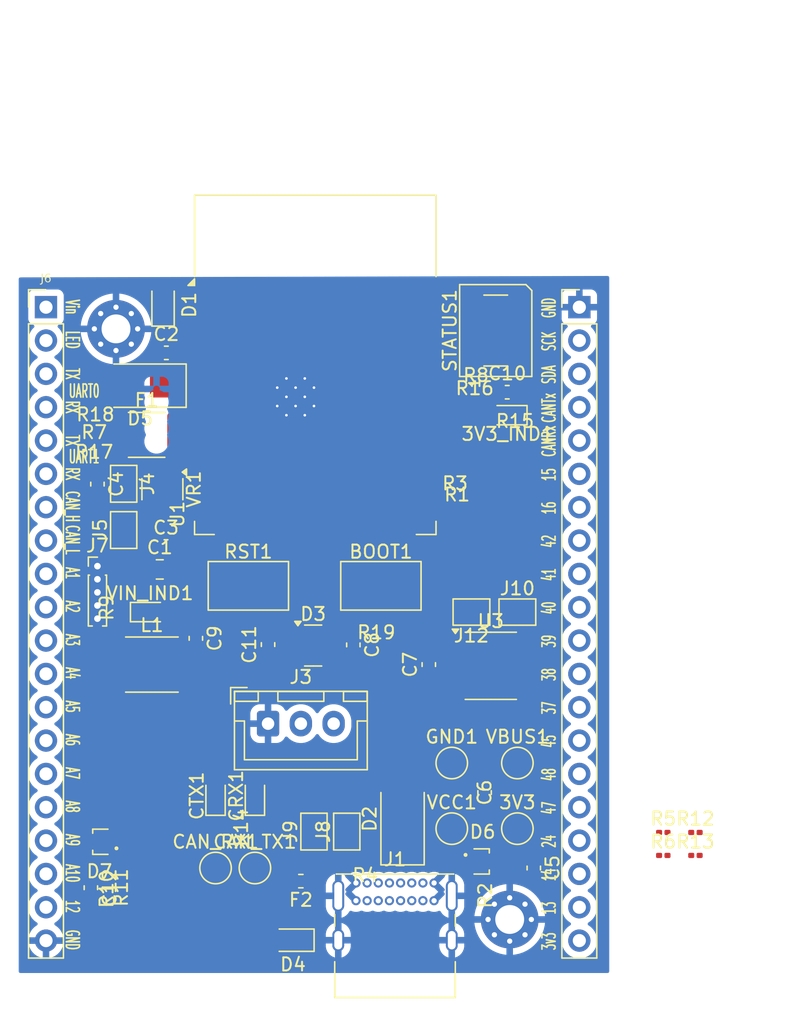
<source format=kicad_pcb>
(kicad_pcb (version 20241229) (generator "pcbnew") (generator_version "9.99")
  (layers (0 "F.Cu" signal "Top Layer") (2 "B.Cu" signal "Bottom Layer") (13 "F.Paste" user "Top Paste") (15 "B.Paste" user "Bottom Paste") (5 "F.SilkS" user "Top Overlay") (7 "B.SilkS" user "Bottom Overlay") (1 "F.Mask" user "Top Solder") (3 "B.Mask" user "Bottom Solder") (25 "Edge.Cuts" user))
  (property "CONFIGURATIONPARAMETERS" "")
  (property "CONFIGURATORNAME" "")
  (property "DOCUMENTNUMBER" "1")
  (property "ENGINEER" "James Nichol")
  (property "ISUSERCONFIGURABLE" "")
  (property "PROJECT" "Perseus")
  (property "RULE" "UNIONINDEX=0¦RULEKIND=Width¦NETSCOPE=AnyNet¦LAYERKIND=SameLayer¦NAME=Schematic Width Constraint¦MAXLIMIT=800mil¦MINLIMIT=6mil¦PREFEREDWIDTH=10mil¦MIDLAYER1_MINWIDTH=10mil¦MIDLAYER1_MAXWIDTH=10mil¦MIDLAYER2_MINWIDTH=10mil¦MIDLAYER2_MAXWIDTH=10mil¦MIDLAYER3_MINWIDTH=10mil¦MIDLAYER3_MAXWIDTH=10mil¦MIDLAYER4_MINWIDTH=10mil¦MIDLAYER4_MAXWIDTH=10mil¦MIDLAYER5_MINWIDTH=10mil¦MIDLAYER5_MAXWIDTH=10mil¦MIDLAYER6_MINWIDTH=10mil¦MIDLAYER6_MAXWIDTH=10mil¦MIDLAYER7_MINWIDTH=10mil¦MIDLAYER7_MAXWIDTH=10mil¦MIDLAYER8_MINWIDTH=10mil¦MIDLAYER8_MAXWIDTH=10mil¦MIDLAYER9_MINWIDTH=10mil¦MIDLAYER9_MAXWIDTH=10mil¦MIDLAYER10_MINWIDTH=10mil¦MIDLAYER10_MAXWIDTH=10mil¦MIDLAYER11_MINWIDTH=10mil¦MIDLAYER11_MAXWIDTH=10mil¦MIDLAYER12_MINWIDTH=10mil¦MIDLAYER12_MAXWIDTH=10mil¦MIDLAYER13_MINWIDTH=10mil¦MIDLAYER13_MAXWIDTH=10mil¦MIDLAYER14_MINWIDTH=10mil¦MIDLAYER14_MAXWIDTH=10mil¦MIDLAYER15_MINWIDTH=10mil¦MIDLAYER15_MAXWIDTH=10mil¦MIDLAYER16_MINWIDTH=10mil¦MIDLAYER16_MAXWIDTH=10mil¦MIDLAYER17_MINWIDTH=10mil¦MIDLAYER17_MAXWIDTH=10mil¦MIDLAYER18_MINWIDTH=10mil¦MIDLAYER18_MAXWIDTH=10mil¦MIDLAYER19_MINWIDTH=10mil¦MIDLAYER19_MAXWIDTH=10mil¦MIDLAYER20_MINWIDTH=10mil¦MIDLAYER20_MAXWIDTH=10mil¦MIDLAYER21_MINWIDTH=10mil¦MIDLAYER21_MAXWIDTH=10mil¦MIDLAYER22_MINWIDTH=10mil¦MIDLAYER22_MAXWIDTH=10mil¦MIDLAYER23_MINWIDTH=10mil¦MIDLAYER23_MAXWIDTH=10mil¦MIDLAYER24_MINWIDTH=10mil¦MIDLAYER24_MAXWIDTH=10mil¦MIDLAYER25_MINWIDTH=10mil¦MIDLAYER25_MAXWIDTH=10mil¦MIDLAYER26_MINWIDTH=10mil¦MIDLAYER26_MAXWIDTH=10mil¦MIDLAYER27_MINWIDTH=10mil¦MIDLAYER27_MAXWIDTH=10mil¦MIDLAYER28_MINWIDTH=10mil¦MIDLAYER28_MAXWIDTH=10mil¦MIDLAYER29_MINWIDTH=10mil¦MIDLAYER29_MAXWIDTH=10mil¦MIDLAYER30_MINWIDTH=10mil¦MIDLAYER30_MAXWIDTH=10mil¦MINIMP=50.000000¦MAXIMP=50.000000¦FAVIMP=50.000000¦UNIT=Imperial")
  (property "SHEETSYMBOLDESIGNATOR" "")
  (property "SHEETTOTAL" "1")
  (property "SPICEMODELCACHE" "")
  (property "SUBSYSTEM" "Embedded")
  (property "VERSIONCONTROL_PROJFOLDERREVNUMBER" "")
  (property "VERSIONCONTROL_PROJFOLDERREVNUMBERSHORT" "")
  (property "VERSIONCONTROL_REVNUMBER" "")
  (property "VERSIONCONTROL_REVNUMBERSHORT" "")
  (net 0 "")
  (net 1 "VIN")
  (net 2 "VBUS")
  (net 3 "UART1_TX")
  (net 4 "UART1_RX")
  (net 5 "UART0_TX")
  (net 6 "UART0_RX")
  (net 7 "LED_DOUT")
  (net 8 "IO48")
  (net 9 "IO47")
  (net 10 "IO45")
  (net 11 "IO42")
  (net 12 "IO41")
  (net 13 "IO40")
  (net 14 "IO39")
  (net 15 "IO38")
  (net 16 "IO37")
  (net 17 "IO21")
  (net 18 "IO16")
  (net 19 "IO15")
  (net 20 "IO14")
  (net 21 "IO13")
  (net 22 "IO12")
  (net 23 "I2C_SDA")
  (net 24 "I2C_SCK")
  (net 25 "GND")
  (net 26 "CAN_TX")
  (net 27 "CAN_RX")
  (net 28 "CAN_L")
  (net 29 "CAN_H")
  (net 30 "A10")
  (net 31 "A9")
  (net 32 "A8")
  (net 33 "A7")
  (net 34 "A6")
  (net 35 "A5")
  (net 36 "A4")
  (net 37 "A3")
  (net 38 "A2")
  (net 39 "A1")
  (net 40 "3V3")
  (net 41 "/CAN_TX")
  (net 42 "Net-(BOOT1-Pad2)")
  (net 43 "/CAN_RX")
  (net 44 "Net-(J4-B)")
  (net 45 "Net-(J4-A)")
  (net 46 "/UART0_RX")
  (net 47 "/UART0_TX")
  (net 48 "/RST")
  (net 49 "/uC_USB_D_N")
  (net 50 "/USB_D_N")
  (net 51 "/uC_USB_D_P")
  (net 52 "/USB_D_P")
  (net 53 "Net-(J10-B)")
  (net 54 "/CAN_H")
  (net 55 "/CAN_L")
  (net 56 "Net-(3V3_IND1-K)")
  (net 57 "Net-(VR1-BST)")
  (net 58 "Net-(VR1-SW)")
  (net 59 "/A10")
  (net 60 "Net-(CRX1-K)")
  (net 61 "Net-(CTX1-K)")
  (net 62 "Net-(D1-K)")
  (net 63 "Net-(D4-K)")
  (net 64 "Net-(J1-CC)")
  (net 65 "Net-(J1-VCONN)")
  (net 66 "/I2C_SCK")
  (net 67 "/I2C_SDA")
  (net 68 "Net-(U1-RXD0)")
  (net 69 "Net-(U1-TXD0)")
  (net 70 "/uC_LED")
  (net 71 "Net-(VIN_IND1-K)")
  (net 72 "Net-(U1-IO17)")
  (net 73 "/UART1_RX")
  (net 74 "/UART1_TX")
  (net 75 "Net-(U1-IO18)")
  (net 76 "/LED_DOUT")
  (net 77 "/IO21")
  (net 78 "/A6")
  (net 79 "/A2")
  (net 80 "/A7")
  (net 81 "/A4")
  (net 82 "/IO14")
  (net 83 "/IO37")
  (net 84 "/IO48")
  (net 85 "/A1")
  (net 86 "/A9")
  (net 87 "/IO16")
  (net 88 "/IO45")
  (net 89 "/IO47")
  (net 90 "/IO42")
  (net 91 "/A8")
  (net 92 "/IO40")
  (net 93 "/IO12")
  (net 94 "/IO15")
  (net 95 "/IO13")
  (net 96 "/IO41")
  (net 97 "/A5")
  (net 98 "/A3")
  (net 99 "/IO38")
  (net 100 "/IO39")
  (footprint "Resistor_SMD:R_0201_0603Metric" (layer "F.Cu") (at 163.9211 90.7306)
    (property "Reference" "R15" (at 0 -1.05 0) (layer "F.SilkS"))
    (property "Value" "Resistor 10k 0603")
    (pad "1" smd roundrect (at -0.32 0) (size 0.46 0.4) (layers "F.Cu" "F.Mask") (net 56 "Net-(3V3_IND1-K)"))
    (pad "2" smd roundrect (at 0.32 0) (size 0.46 0.4) (layers "F.Cu" "F.Mask") (net 25 "GND"))
  )
  (footprint "Resistor_SMD:R_0201_0603Metric" (layer "F.Cu") (at 175.2186 122.7706)
    (property "Reference" "R6" (at 0 -1.05 0) (layer "F.SilkS"))
    (property "Value" "Resistor 10k 0603")
    (pad "1" smd roundrect (at -0.32 0) (size 0.46 0.4) (layers "F.Cu" "F.Mask") (net 40 "3V3"))
    (pad "2" smd roundrect (at 0.32 0) (size 0.46 0.4) (layers "F.Cu" "F.Mask") (net 48 "/RST"))
  )
  (footprint "Resistor_SMD:R_0201_0603Metric" (layer "F.Cu") (at 131.9461 90.2306)
    (property "Reference" "R18" (at 0 -1.05 0) (layer "F.SilkS"))
    (property "Value" "Resistor 1k 0603")
    (pad "1" smd roundrect (at -0.32 0) (size 0.46 0.4) (layers "F.Cu" "F.Mask") (net 74 "/UART1_TX"))
    (pad "2" smd roundrect (at 0.32 0) (size 0.46 0.4) (layers "F.Cu" "F.Mask") (net 75 "Net-(U1-IO18)"))
  )
  (footprint "Resistor_SMD:R_0201_0603Metric" (layer "F.Cu") (at 177.6686 121.0206)
    (property "Reference" "R12" (at 0 -1.05 0) (layer "F.SilkS"))
    (property "Value" "Resistor 1k 0603")
    (pad "1" smd roundrect (at -0.32 0) (size 0.46 0.4) (layers "F.Cu" "F.Mask") (net 41 "/CAN_TX"))
    (pad "2" smd roundrect (at 0.32 0) (size 0.46 0.4) (layers "F.Cu" "F.Mask") (net 61 "Net-(CTX1-K)"))
  )
  (footprint "LED_SMD:LED_0603_1608Metric" (layer "F.Cu") (at 163.3511 89.2306 180)
    (property "Reference" "3V3_IND1" (at 0 -1.43 0) (layer "F.SilkS"))
    (property "Value" "LTST-C190KRKT")
    (pad "1" smd roundrect (at -0.7875 0 180) (size 0.875 0.95) (layers "F.Cu" "F.Mask" "F.Paste") (net 56 "Net-(3V3_IND1-K)"))
    (pad "2" smd roundrect (at 0.7875 0 180) (size 0.875 0.95) (layers "F.Cu" "F.Mask" "F.Paste") (net 40 "3V3"))
  )
  (footprint "Connector_USB:USB_C_Receptacle_GCT_USB4085" (layer "F.Cu") (at 151.8011 124.8706)
    (property "Reference" "J1" (at 2.975 -1.8 0) (layer "F.SilkS"))
    (property "Value" "USB4085-GF-A")
    (pad "A1" thru_hole circle (at 0 0) (size 0.7 0.7) (drill 0.4) (layers "*.Cu" "*.Mask") (net 25 "GND"))
    (pad "A4" thru_hole circle (at 0.85 0) (size 0.7 0.7) (drill 0.4) (layers "*.Cu" "*.Mask") (net 2 "VBUS"))
    (pad "A5" thru_hole circle (at 1.7 0) (size 0.7 0.7) (drill 0.4) (layers "*.Cu" "*.Mask") (net 64 "Net-(J1-CC)"))
    (pad "A6" thru_hole circle (at 2.55 0) (size 0.7 0.7) (drill 0.4) (layers "*.Cu" "*.Mask") (net 52 "/USB_D_P"))
    (pad "A7" thru_hole circle (at 3.4 0) (size 0.7 0.7) (drill 0.4) (layers "*.Cu" "*.Mask") (net 50 "/USB_D_N"))
    (pad "A8" thru_hole circle (at 4.25 0) (size 0.7 0.7) (drill 0.4) (layers "*.Cu" "*.Mask"))
    (pad "A9" thru_hole circle (at 5.1 0) (size 0.7 0.7) (drill 0.4) (layers "*.Cu" "*.Mask") (net 2 "VBUS"))
    (pad "A12" thru_hole circle (at 5.95 0) (size 0.7 0.7) (drill 0.4) (layers "*.Cu" "*.Mask") (net 25 "GND"))
    (pad "B1" thru_hole circle (at 5.95 1.35) (size 0.7 0.7) (drill 0.4) (layers "*.Cu" "*.Mask") (net 25 "GND"))
    (pad "B4" thru_hole circle (at 5.1 1.35) (size 0.7 0.7) (drill 0.4) (layers "*.Cu" "*.Mask") (net 2 "VBUS"))
    (pad "B5" thru_hole circle (at 4.25 1.35) (size 0.7 0.7) (drill 0.4) (layers "*.Cu" "*.Mask") (net 65 "Net-(J1-VCONN)"))
    (pad "B6" thru_hole circle (at 3.4 1.35) (size 0.7 0.7) (drill 0.4) (layers "*.Cu" "*.Mask"))
    (pad "B7" thru_hole circle (at 2.55 1.35) (size 0.7 0.7) (drill 0.4) (layers "*.Cu" "*.Mask"))
    (pad "B8" thru_hole circle (at 1.7 1.35) (size 0.7 0.7) (drill 0.4) (layers "*.Cu" "*.Mask"))
    (pad "B9" thru_hole circle (at 0.85 1.35) (size 0.7 0.7) (drill 0.4) (layers "*.Cu" "*.Mask") (net 2 "VBUS"))
    (pad "B12" thru_hole circle (at 0 1.35) (size 0.7 0.7) (drill 0.4) (layers "*.Cu" "*.Mask") (net 25 "GND"))
    (pad "S1" thru_hole oval (at -1.35 0.98) (size 0.9 2.4) (drill oval 0.6 2.1) (layers "*.Cu" "*.Mask") (net 25 "GND"))
    (pad "S1" thru_hole oval (at -1.35 4.36) (size 0.9 1.7) (drill oval 0.6 1.4) (layers "*.Cu" "*.Mask") (net 25 "GND"))
    (pad "S1" thru_hole oval (at 7.3 0.98) (size 0.9 2.4) (drill oval 0.6 2.1) (layers "*.Cu" "*.Mask") (net 25 "GND"))
    (pad "S1" thru_hole oval (at 7.3 4.36) (size 0.9 1.7) (drill oval 0.6 1.4) (layers "*.Cu" "*.Mask") (net 25 "GND"))
  )
  (footprint "Diode_SMD:D_SOD-323F" (layer "F.Cu") (at 147.0011 129.2306 180)
    (property "Reference" "D4" (at 0 -1.85 0) (layer "F.SilkS"))
    (property "Value" "DSS14UTR")
    (pad "1" smd roundrect (at -1.1 0 180) (size 0.5 0.5) (layers "F.Cu" "F.Mask" "F.Paste") (net 63 "Net-(D4-K)"))
    (pad "2" smd roundrect (at 1.1 0 180) (size 0.5 0.5) (layers "F.Cu" "F.Mask" "F.Paste") (net 2 "VBUS"))
  )
  (footprint "Diode_SMD:D_SMA" (layer "F.Cu") (at 135.3511 86.9806 180)
    (property "Reference" "D5" (at 0 -2.5 0) (layer "F.SilkS"))
    (property "Value" "SMBJ26A")
    (pad "1" smd roundrect (at -2 0 180) (size 2.5 1.8) (layers "F.Cu" "F.Mask" "F.Paste") (roundrect_rratio 0.1388888889) (net 62 "Net-(D1-K)"))
    (pad "2" smd roundrect (at 2 0 180) (size 2.5 1.8) (layers "F.Cu" "F.Mask" "F.Paste") (roundrect_rratio 0.1388888889) (net 25 "GND"))
  )
  (footprint "Resistor_SMD:R_0201_0603Metric" (layer "F.Cu") (at 144.1011 120.6606 90)
    (property "Reference" "R14" (at 0 -1.05 90) (layer "F.SilkS"))
    (property "Value" "Resistor 1k 0603")
    (pad "1" smd roundrect (at -0.32 0 90) (size 0.46 0.4) (layers "F.Cu" "F.Mask") (net 43 "/CAN_RX"))
    (pad "2" smd roundrect (at 0.32 0 90) (size 0.46 0.4) (layers "F.Cu" "F.Mask") (net 60 "Net-(CRX1-K)"))
  )
  (footprint "Resistor_SMD:R_0201_0603Metric" (layer "F.Cu") (at 153.3511 104.7306 180)
    (property "Reference" "R19" (at 0 -1.05 0) (layer "F.SilkS"))
    (property "Value" "Resistor 10k 0603")
    (pad "1" smd roundrect (at -0.32 0 180) (size 0.46 0.4) (layers "F.Cu" "F.Mask") (net 40 "3V3"))
    (pad "2" smd roundrect (at 0.32 0 180) (size 0.46 0.4) (layers "F.Cu" "F.Mask") (net 41 "/CAN_TX"))
  )
  (footprint "Capacitor_SMD:C_0603_1608Metric" (layer "F.Cu") (at 137.3511 84.4806)
    (property "Reference" "C2" (at 0 -1.43 0) (layer "F.SilkS"))
    (property "Value" "Capacitor 100n 50V 0603")
    (pad "1" smd roundrect (at -0.775 0) (size 0.9 0.95) (layers "F.Cu" "F.Mask" "F.Paste") (net 25 "GND"))
    (pad "2" smd roundrect (at 0.775 0) (size 0.9 0.95) (layers "F.Cu" "F.Mask" "F.Paste") (net 40 "3V3"))
  )
  (footprint "Button_Switch_SMD:SW_SPST_CK_RS282G05A3" (layer "F.Cu") (at 153.7011 102.2306)
    (property "Reference" "BOOT1" (at 0 -2.6 0) (layer "F.SilkS"))
    (property "Value" "BOOT")
    (pad "1" smd rect (at -3.9 0) (size 1.5 1.5) (layers "F.Cu" "F.Mask" "F.Paste") (net 41 "/CAN_TX"))
    (pad "2" smd rect (at 3.9 0) (size 1.5 1.5) (layers "F.Cu" "F.Mask" "F.Paste") (net 42 "Net-(BOOT1-Pad2)"))
  )
  (footprint "Package_TO_SOT_SMD:SOT-23" (layer "F.Cu") (at 148.5386 106.7806)
    (property "Reference" "D3" (at 0 -2.4 0) (layer "F.SilkS"))
    (property "Value" "CDSOT23-T24CAN")
    (pad "1" smd roundrect (at -0.9375 -0.95) (size 1.475 0.6) (layers "F.Cu" "F.Mask" "F.Paste") (net 25 "GND"))
    (pad "2" smd roundrect (at -0.9375 0.95) (size 1.475 0.6) (layers "F.Cu" "F.Mask" "F.Paste") (net 55 "/CAN_L"))
    (pad "3" smd roundrect (at 0.9375 0) (size 1.475 0.6) (layers "F.Cu" "F.Mask" "F.Paste") (net 54 "/CAN_H"))
  )
  (footprint "Resistor_SMD:R_0201_0603Metric" (layer "F.Cu") (at 159.3511 95.4806)
    (property "Reference" "R3" (at 0 -1.05 0) (layer "F.SilkS"))
    (property "Value" "Resistor 4.7k 0603")
    (pad "1" smd roundrect (at -0.32 0) (size 0.46 0.4) (layers "F.Cu" "F.Mask") (net 40 "3V3"))
    (pad "2" smd roundrect (at 0.32 0) (size 0.46 0.4) (layers "F.Cu" "F.Mask") (net 67 "/I2C_SDA"))
  )
  (footprint "Capacitor_SMD:C_0603_1608Metric" (layer "F.Cu") (at 161.6011 117.9806 90)
    (property "Reference" "C6" (at 0 0 90) (layer "F.SilkS"))
    (property "Value" "22uF")
    (pad "1" smd roundrect (at -0.775 0 90) (size 0.9 0.95) (layers "F.Cu" "F.Mask" "F.Paste") (net 40 "3V3"))
    (pad "2" smd roundrect (at 0.775 0 90) (size 0.9 0.95) (layers "F.Cu" "F.Mask" "F.Paste") (net 25 "GND"))
  )
  (footprint "TestPoint:TestPoint_Pad_D2.0mm" (layer "F.Cu") (at 164.1011 120.7306)
    (property "Reference" "3V3" (at 0 -1.998 0) (layer "F.SilkS"))
    (property "Value" "Testpoint")
    (pad "1" smd circle (at 0 0) (size 2 2) (layers "F.Cu" "F.Mask") (net 40 "3V3"))
  )
  (footprint "Resistor_SMD:R_0201_0603Metric" (layer "F.Cu") (at 160.6011 125.8256 -90)
    (property "Reference" "R2" (at 0 -1.05 90) (layer "F.SilkS"))
    (property "Value" "Resistor 5.1k 0603")
    (pad "1" smd roundrect (at -0.32 0 270) (size 0.46 0.4) (layers "F.Cu" "F.Mask") (net 25 "GND"))
    (pad "2" smd roundrect (at 0.32 0 270) (size 0.46 0.4) (layers "F.Cu" "F.Mask") (net 65 "Net-(J1-VCONN)"))
  )
  (footprint "Fuse:Fuse_1812_4532Metric" (layer "F.Cu") (at 135.8511 90.7306)
    (property "Reference" "F1" (at 0 -2.65 0) (layer "F.SilkS"))
    (property "Value" "500mA PTC fuse")
    (pad "1" smd roundrect (at -2.1375 0) (size 1.125 3.4) (layers "F.Cu" "F.Mask" "F.Paste") (roundrect_rratio 0.222222) (net 45 "Net-(J4-A)"))
    (pad "2" smd roundrect (at 2.1375 0) (size 1.125 3.4) (layers "F.Cu" "F.Mask" "F.Paste") (roundrect_rratio 0.222222) (net 62 "Net-(D1-K)"))
  )
  (footprint "Capacitor_SMD:C_0603_1608Metric" (layer "F.Cu") (at 157.3511 108.2306 90)
    (property "Reference" "C7" (at 0 -1.43 90) (layer "F.SilkS"))
    (property "Value" "Capacitor 100n 50V 0603")
    (pad "1" smd roundrect (at -0.775 0 90) (size 0.9 0.95) (layers "F.Cu" "F.Mask" "F.Paste") (net 40 "3V3"))
    (pad "2" smd roundrect (at 0.775 0 90) (size 0.9 0.95) (layers "F.Cu" "F.Mask" "F.Paste") (net 25 "GND"))
  )
  (footprint "TestPoint:TestPoint_Pad_D2.0mm" (layer "F.Cu") (at 141.1011 123.7306)
    (property "Reference" "CAN_RX1" (at 0 -1.998 0) (layer "F.SilkS"))
    (property "Value" "Testpoint")
    (pad "1" smd circle (at 0 0) (size 2 2) (layers "F.Cu" "F.Mask") (net 43 "/CAN_RX"))
  )
  (footprint "Connector_PinHeader_1.00mm:PinHeader_1x05_P1.00mm_Vertical" (layer "F.Cu") (at 132.1011 100.7306)
    (property "Reference" "J7" (at 0 -1.56 0) (layer "F.SilkS"))
    (property "Value" "PROGRAM")
    (pad "1" thru_hole rect (at 0 0) (size 0.85 0.85) (drill 0.5) (layers "*.Cu" "*.Mask") (net 25 "GND"))
    (pad "2" thru_hole oval (at 0 1) (size 0.85 0.85) (drill 0.5) (layers "*.Cu" "*.Mask") (net 47 "/UART0_TX"))
    (pad "3" thru_hole oval (at 0 2) (size 0.85 0.85) (drill 0.5) (layers "*.Cu" "*.Mask") (net 46 "/UART0_RX"))
    (pad "4" thru_hole oval (at 0 3) (size 0.85 0.85) (drill 0.5) (layers "*.Cu" "*.Mask") (net 41 "/CAN_TX"))
    (pad "5" thru_hole oval (at 0 4) (size 0.85 0.85) (drill 0.5) (layers "*.Cu" "*.Mask") (net 48 "/RST"))
  )
  (footprint "Capacitor_SMD:C_0603_1608Metric" (layer "F.Cu") (at 151.6011 106.7306 -90)
    (property "Reference" "C8" (at 0 -1.43 90) (layer "F.SilkS"))
    (property "Value" "Capacitor Placeholder 0603")
    (pad "1" smd roundrect (at -0.775 0 270) (size 0.9 0.95) (layers "F.Cu" "F.Mask" "F.Paste") (net 54 "/CAN_H"))
    (pad "2" smd roundrect (at 0.775 0 270) (size 0.9 0.95) (layers "F.Cu" "F.Mask" "F.Paste") (net 25 "GND"))
  )
  (footprint "Button_Switch_SMD:SW_SPST_CK_RS282G05A3" (layer "F.Cu") (at 143.6011 102.2306)
    (property "Reference" "RST1" (at 0 -2.6 0) (layer "F.SilkS"))
    (property "Value" "RST")
    (pad "1" smd rect (at -3.9 0) (size 1.5 1.5) (layers "F.Cu" "F.Mask" "F.Paste") (net 48 "/RST"))
    (pad "2" smd rect (at 3.9 0) (size 1.5 1.5) (layers "F.Cu" "F.Mask" "F.Paste") (net 25 "GND"))
  )
  (footprint "Capacitor_SMD:C_0603_1608Metric" (layer "F.Cu") (at 139.6011 106.2306 -90)
    (property "Reference" "C9" (at 0 -1.43 90) (layer "F.SilkS"))
    (property "Value" "Capacitor 1u 25V 0603")
    (pad "1" smd roundrect (at -0.775 0 270) (size 0.9 0.95) (layers "F.Cu" "F.Mask" "F.Paste") (net 48 "/RST"))
    (pad "2" smd roundrect (at 0.775 0 270) (size 0.9 0.95) (layers "F.Cu" "F.Mask" "F.Paste") (net 25 "GND"))
  )
  (footprint "Resistor_SMD:R_0201_0603Metric" (layer "F.Cu") (at 133.8511 125.3256 90)
    (property "Reference" "R10" (at 0 -1.05 90) (layer "F.SilkS"))
    (property "Value" "Resistor 10k 0603")
    (pad "1" smd roundrect (at -0.32 0 90) (size 0.46 0.4) (layers "F.Cu" "F.Mask") (net 2 "VBUS"))
    (pad "2" smd roundrect (at 0.32 0 90) (size 0.46 0.4) (layers "F.Cu" "F.Mask") (net 59 "/A10"))
  )
  (footprint "RF_Module:ESP32-S3-WROOM-1" (layer "F.Cu") (at 148.7011 85.3706)
    (property "Reference" "U1" (at -10.5 11.4 90) (layer "F.SilkS"))
    (property "Value" "ESP32-S3-WROOM-1-N8")
    (pad "1" smd rect (at -8.75 -5.26) (size 1.5 0.9) (layers "F.Cu" "F.Mask" "F.Paste") (net 25 "GND"))
    (pad "2" smd rect (at -8.75 -3.99) (size 1.5 0.9) (layers "F.Cu" "F.Mask" "F.Paste") (net 40 "3V3"))
    (pad "3" smd rect (at -8.75 -2.72) (size 1.5 0.9) (layers "F.Cu" "F.Mask" "F.Paste") (net 48 "/RST"))
    (pad "4" smd rect (at -8.75 -1.45) (size 1.5 0.9) (layers "F.Cu" "F.Mask" "F.Paste") (net 81 "/A4"))
    (pad "5" smd rect (at -8.75 -0.18) (size 1.5 0.9) (layers "F.Cu" "F.Mask" "F.Paste") (net 97 "/A5"))
    (pad "6" smd rect (at -8.75 1.09) (size 1.5 0.9) (layers "F.Cu" "F.Mask" "F.Paste") (net 78 "/A6"))
    (pad "7" smd rect (at -8.75 2.36) (size 1.5 0.9) (layers "F.Cu" "F.Mask" "F.Paste") (net 80 "/A7"))
    (pad "8" smd rect (at -8.75 3.63) (size 1.5 0.9) (layers "F.Cu" "F.Mask" "F.Paste") (net 94 "/IO15"))
    (pad "9" smd rect (at -8.75 4.9) (size 1.5 0.9) (layers "F.Cu" "F.Mask" "F.Paste") (net 87 "/IO16"))
    (pad "10" smd rect (at -8.75 6.17) (size 1.5 0.9) (layers "F.Cu" "F.Mask" "F.Paste") (net 72 "Net-(U1-IO17)"))
    (pad "11" smd rect (at -8.75 7.44) (size 1.5 0.9) (layers "F.Cu" "F.Mask" "F.Paste") (net 75 "Net-(U1-IO18)"))
    (pad "12" smd rect (at -8.75 8.71) (size 1.5 0.9) (layers "F.Cu" "F.Mask" "F.Paste") (net 91 "/A8"))
    (pad "13" smd rect (at -8.75 9.98) (size 1.5 0.9) (layers "F.Cu" "F.Mask" "F.Paste") (net 51 "/uC_USB_D_P"))
    (pad "14" smd rect (at -8.75 11.25 180) (size 1.5 0.9) (layers "F.Cu" "F.Mask" "F.Paste") (net 49 "/uC_USB_D_N"))
    (pad "15" smd rect (at -6.985 12.5 270) (size 1.5 0.9) (layers "F.Cu" "F.Mask" "F.Paste") (net 98 "/A3"))
    (pad "16" smd rect (at -5.715 12.5 270) (size 1.5 0.9) (layers "F.Cu" "F.Mask" "F.Paste") (net 70 "/uC_LED"))
    (pad "17" smd rect (at -4.445 12.5 270) (size 1.5 0.9) (layers "F.Cu" "F.Mask" "F.Paste") (net 86 "/A9"))
    (pad "18" smd rect (at -3.175 12.5 270) (size 1.5 0.9) (layers "F.Cu" "F.Mask" "F.Paste") (net 59 "/A10"))
    (pad "19" smd rect (at -1.905 12.5 270) (size 1.5 0.9) (layers "F.Cu" "F.Mask" "F.Paste") (net 43 "/CAN_RX"))
    (pad "20" smd rect (at -0.635 12.5 270) (size 1.5 0.9) (layers "F.Cu" "F.Mask" "F.Paste") (net 93 "/IO12"))
    (pad "21" smd rect (at 0.635 12.5 270) (size 1.5 0.9) (layers "F.Cu" "F.Mask" "F.Paste") (net 95 "/IO13"))
    (pad "22" smd rect (at 1.905 12.5 270) (size 1.5 0.9) (layers "F.Cu" "F.Mask" "F.Paste") (net 82 "/IO14"))
    (pad "23" smd rect (at 3.175 12.5 270) (size 1.5 0.9) (layers "F.Cu" "F.Mask" "F.Paste") (net 77 "/IO21"))
    (pad "24" smd rect (at 4.445 12.5 270) (size 1.5 0.9) (layers "F.Cu" "F.Mask" "F.Paste") (net 89 "/IO47"))
    (pad "25" smd rect (at 5.715 12.5 270) (size 1.5 0.9) (layers "F.Cu" "F.Mask" "F.Paste") (net 84 "/IO48"))
    (pad "26" smd rect (at 6.985 12.5 270) (size 1.5 0.9) (layers "F.Cu" "F.Mask" "F.Paste") (net 88 "/IO45"))
    (pad "27" smd rect (at 8.75 11.25) (size 1.5 0.9) (layers "F.Cu" "F.Mask" "F.Paste") (net 41 "/CAN_TX"))
    (pad "28" smd rect (at 8.75 9.98) (size 1.5 0.9) (layers "F.Cu" "F.Mask" "F.Paste") (net 67 "/I2C_SDA"))
    (pad "29" smd rect (at 8.75 8.71) (size 1.5 0.9) (layers "F.Cu" "F.Mask" "F.Paste") (net 66 "/I2C_SCK"))
    (pad "30" smd rect (at 8.75 7.44) (size 1.5 0.9) (layers "F.Cu" "F.Mask" "F.Paste") (net 83 "/IO37"))
    (pad "31" smd rect (at 8.75 6.17) (size 1.5 0.9) (layers "F.Cu" "F.Mask" "F.Paste") (net 99 "/IO38"))
    (pad "32" smd rect (at 8.75 4.9) (size 1.5 0.9) (layers "F.Cu" "F.Mask" "F.Paste") (net 100 "/IO39"))
    (pad "33" smd rect (at 8.75 3.63) (size 1.5 0.9) (layers "F.Cu" "F.Mask" "F.Paste") (net 92 "/IO40"))
    (pad "34" smd rect (at 8.75 2.36) (size 1.5 0.9) (layers "F.Cu" "F.Mask" "F.Paste") (net 96 "/IO41"))
    (pad "35" smd rect (at 8.75 1.09) (size 1.5 0.9) (layers "F.Cu" "F.Mask" "F.Paste") (net 90 "/IO42"))
    (pad "36" smd rect (at 8.75 -0.18) (size 1.5 0.9) (layers "F.Cu" "F.Mask" "F.Paste") (net 68 "Net-(U1-RXD0)"))
    (pad "37" smd rect (at 8.75 -1.45) (size 1.5 0.9) (layers "F.Cu" "F.Mask" "F.Paste") (net 69 "Net-(U1-TXD0)"))
    (pad "38" smd rect (at 8.75 -2.72) (size 1.5 0.9) (layers "F.Cu" "F.Mask" "F.Paste") (net 79 "/A2"))
    (pad "39" smd rect (at 8.75 -3.99) (size 1.5 0.9) (layers "F.Cu" "F.Mask" "F.Paste") (net 85 "/A1"))
    (pad "40" smd rect (at 8.75 -5.26) (size 1.5 0.9) (layers "F.Cu" "F.Mask" "F.Paste") (net 25 "GND"))
    (pad "41" thru_hole circle (at -2.9 1.76 90) (size 0.6 0.6) (drill 0.2) (property pad_prop_heatsink) (layers "*.Cu" "F.Mask") (net 25 "GND"))
    (pad "41" thru_hole circle (at -2.9 3.16) (size 0.6 0.6) (drill 0.2) (property pad_prop_heatsink) (layers "*.Cu" "F.Mask") (net 25 "GND"))
    (pad "41" thru_hole circle (at -2.2 1.06) (size 0.6 0.6) (drill 0.2) (property pad_prop_heatsink) (layers "*.Cu" "F.Mask") (net 25 "GND"))
    (pad "41" thru_hole circle (at -2.2 2.46) (size 0.6 0.6) (drill 0.2) (property pad_prop_heatsink) (layers "*.Cu" "F.Mask") (net 25 "GND"))
    (pad "41" thru_hole circle (at -2.2 3.86) (size 0.6 0.6) (drill 0.2) (property pad_prop_heatsink) (layers "*.Cu" "F.Mask") (net 25 "GND"))
    (pad "41" thru_hole circle (at -1.5 1.76) (size 0.6 0.6) (drill 0.2) (property pad_prop_heatsink) (layers "*.Cu" "F.Mask") (net 25 "GND"))
    (pad "41" smd rect (at -1.5 2.46 270) (size 3.9 3.9) (property pad_prop_heatsink) (layers "F.Cu" "F.Mask") (net 25 "GND"))
    (pad "41" thru_hole circle (at -1.5 3.16) (size 0.6 0.6) (drill 0.2) (property pad_prop_heatsink) (layers "*.Cu" "F.Mask") (net 25 "GND"))
    (pad "41" thru_hole circle (at -0.8 1.06) (size 0.6 0.6) (drill 0.2) (property pad_prop_heatsink) (layers "*.Cu" "F.Mask") (net 25 "GND"))
    (pad "41" thru_hole circle (at -0.8 2.46) (size 0.6 0.6) (drill 0.2) (property pad_prop_heatsink) (layers "*.Cu" "F.Mask") (net 25 "GND"))
    (pad "41" thru_hole circle (at -0.8 3.86) (size 0.6 0.6) (drill 0.2) (property pad_prop_heatsink) (layers "*.Cu" "F.Mask") (net 25 "GND"))
    (pad "41" thru_hole circle (at -0.1 1.76) (size 0.6 0.6) (drill 0.2) (property pad_prop_heatsink) (layers "*.Cu" "F.Mask") (net 25 "GND"))
    (pad "41" thru_hole circle (at -0.1 3.16) (size 0.6 0.6) (drill 0.2) (property pad_prop_heatsink) (layers "*.Cu" "F.Mask") (net 25 "GND"))
    (zone (net 0) (net_name "") (layers "F.Cu" "B.Cu") (connect_pads (clearance 0)) (min_thickness 0.254)
      (keepout (tracks not_allowed) (vias not_allowed) (pads not_allowed) (copperpour not_allowed) (footprints not_allowed))
      (fill (thermal_gap 0.508) (thermal_bridge_width 0.508))
      (polygon (pts (xy 124.7011 78.6206) (xy 172.7011 78.6206) (xy 172.7011 57.6206) (xy 124.7011 57.6206)))
    )
  )
  (footprint "Capacitor_SMD:C_0805_2012Metric" (layer "F.Cu") (at 136.8511 100.9806)
    (property "Reference" "C1" (at 0 -1.68 0) (layer "F.SilkS"))
    (property "Value" "Capacitor 10u 16V 0805")
    (pad "1" smd roundrect (at -0.95 0) (size 1 1.45) (layers "F.Cu" "F.Mask" "F.Paste") (net 25 "GND"))
    (pad "2" smd roundrect (at 0.95 0) (size 1 1.45) (layers "F.Cu" "F.Mask" "F.Paste") (net 40 "3V3"))
  )
  (footprint "Capacitor_SMD:C_0603_1608Metric" (layer "F.Cu") (at 131.6011 125.2306 -90)
    (property "Reference" "C12" (at 0 -1.43 90) (layer "F.SilkS"))
    (property "Value" "Capacitor 100n 50V 0603")
    (pad "1" smd roundrect (at -0.775 0 270) (size 0.9 0.95) (layers "F.Cu" "F.Mask" "F.Paste") (net 59 "/A10"))
    (pad "2" smd roundrect (at 0.775 0 270) (size 0.9 0.95) (layers "F.Cu" "F.Mask" "F.Paste") (net 25 "GND"))
  )
  (footprint "Jumper:SolderJumper-2_P1.3mm_Open_TrianglePad1.0x1.5mm" (layer "F.Cu") (at 148.6011 120.9556 90)
    (property "Reference" "J9" (at 0 -1.8 90) (layer "F.SilkS"))
    (property "Value" "Jumper 2Way Vert Solderable")
    (pad "1" smd custom (at -0.725 0 90) (size 0.3 0.3) (layers "F.Cu" "F.Mask") (net 52 "/USB_D_P") (options (clearance outline) (anchor rect)) (primitives (gr_poly (pts (xy 1 0) (xy 0.5 0.75) (xy -0.5 0.75) (xy -0.5 -0.75) (xy 0.5 -0.75)) (width 0) (fill yes))))
    (pad "2" smd custom (at 0.725 0 90) (size 0.3 0.3) (layers "F.Cu" "F.Mask") (net 51 "/uC_USB_D_P") (options (clearance outline) (anchor rect)) (primitives (gr_poly (pts (xy 0.5 0.75) (xy -0.65 0.75) (xy -0.15 0) (xy -0.65 -0.75) (xy 0.5 -0.75)) (width 0) (fill yes))))
  )
  (footprint "Vault:Smol_Brain_Board_Male" (layer "F.Cu") (at 148.5011 105.1306)
    (property "Reference" "J6" (at -20.322115 -26.295113 0) (layer "F.SilkS") (effects (font (size 0.64008 0.64008) (thickness 0.254))))
    (property "Value" "Smol_Brain_Board" (hide yes))
    (pad "1" thru_hole rect (at -20.32 -24.13) (size 1.7 1.7) (drill 1) (layers "*.Cu" "*.Mask") (net 1 "VIN"))
    (pad "2" thru_hole roundrect (at -20.32 -21.59) (size 1.7 1.7) (drill 1) (layers "*.Cu" "*.Mask") (roundrect_rratio 0.5) (net 7 "LED_DOUT"))
    (pad "3" thru_hole roundrect (at -20.32 -19.05) (size 1.7 1.7) (drill 1) (layers "*.Cu" "*.Mask") (roundrect_rratio 0.5) (net 5 "UART0_TX"))
    (pad "4" thru_hole roundrect (at -20.32 -16.51) (size 1.7 1.7) (drill 1) (layers "*.Cu" "*.Mask") (roundrect_rratio 0.5) (net 6 "UART0_RX"))
    (pad "5" thru_hole roundrect (at -20.32 -13.97) (size 1.7 1.7) (drill 1) (layers "*.Cu" "*.Mask") (roundrect_rratio 0.5) (net 3 "UART1_TX"))
    (pad "6" thru_hole roundrect (at -20.32 -11.43) (size 1.7 1.7) (drill 1) (layers "*.Cu" "*.Mask") (roundrect_rratio 0.5) (net 4 "UART1_RX"))
    (pad "7" thru_hole roundrect (at -20.32 -8.89) (size 1.7 1.7) (drill 1) (layers "*.Cu" "*.Mask") (roundrect_rratio 0.5) (net 29 "CAN_H"))
    (pad "8" thru_hole roundrect (at -20.32 -6.35) (size 1.7 1.7) (drill 1) (layers "*.Cu" "*.Mask") (roundrect_rratio 0.5) (net 28 "CAN_L"))
    (pad "9" thru_hole roundrect (at -20.32 -3.81) (size 1.7 1.7) (drill 1) (layers "*.Cu" "*.Mask") (roundrect_rratio 0.5) (net 39 "A1"))
    (pad "10" thru_hole roundrect (at -20.32 -1.27) (size 1.7 1.7) (drill 1) (layers "*.Cu" "*.Mask") (roundrect_rratio 0.5) (net 38 "A2"))
    (pad "11" thru_hole roundrect (at -20.32 1.27) (size 1.7 1.7) (drill 1) (layers "*.Cu" "*.Mask") (roundrect_rratio 0.5) (net 37 "A3"))
    (pad "12" thru_hole roundrect (at -20.32 3.81) (size 1.7 1.7) (drill 1) (layers "*.Cu" "*.Mask") (roundrect_rratio 0.5) (net 36 "A4"))
    (pad "13" thru_hole roundrect (at -20.32 6.35) (size 1.7 1.7) (drill 1) (layers "*.Cu" "*.Mask") (roundrect_rratio 0.5) (net 35 "A5"))
    (pad "14" thru_hole roundrect (at -20.32 8.89) (size 1.7 1.7) (drill 1) (layers "*.Cu" "*.Mask") (roundrect_rratio 0.5) (net 34 "A6"))
    (pad "15" thru_hole roundrect (at -20.32 11.43) (size 1.7 1.7) (drill 1) (layers "*.Cu" "*.Mask") (roundrect_rratio 0.5) (net 33 "A7"))
    (pad "16" thru_hole roundrect (at -20.32 13.97) (size 1.7 1.7) (drill 1) (layers "*.Cu" "*.Mask") (roundrect_rratio 0.5) (net 32 "A8"))
    (pad "17" thru_hole roundrect (at -20.32 16.51) (size 1.7 1.7) (drill 1) (layers "*.Cu" "*.Mask") (roundrect_rratio 0.5) (net 31 "A9"))
    (pad "18" thru_hole roundrect (at -20.32 19.05) (size 1.7 1.7) (drill 1) (layers "*.Cu" "*.Mask") (roundrect_rratio 0.5) (net 30 "A10"))
    (pad "19" thru_hole roundrect (at -20.32 21.59) (size 1.7 1.7) (drill 1) (layers "*.Cu" "*.Mask") (roundrect_rratio 0.5) (net 22 "IO12"))
    (pad "20" thru_hole roundrect (at -20.32 24.13) (size 1.7 1.7) (drill 1) (layers "*.Cu" "*.Mask") (roundrect_rratio 0.5) (net 25 "GND"))
    (pad "21" thru_hole roundrect (at 20.32 24.13) (size 1.7 1.7) (drill 1) (layers "*.Cu" "*.Mask") (roundrect_rratio 0.5) (net 40 "3V3"))
    (pad "22" thru_hole roundrect (at 20.32 21.59) (size 1.7 1.7) (drill 1) (layers "*.Cu" "*.Mask") (roundrect_rratio 0.5) (net 21 "IO13"))
    (pad "23" thru_hole roundrect (at 20.32 19.05) (size 1.7 1.7) (drill 1) (layers "*.Cu" "*.Mask") (roundrect_rratio 0.5) (net 20 "IO14"))
    (pad "24" thru_hole roundrect (at 20.32 16.51) (size 1.7 1.7) (drill 1) (layers "*.Cu" "*.Mask") (roundrect_rratio 0.5) (net 17 "IO21"))
    (pad "25" thru_hole roundrect (at 20.32 13.97) (size 1.7 1.7) (drill 1) (layers "*.Cu" "*.Mask") (roundrect_rratio 0.5) (net 9 "IO47"))
    (pad "26" thru_hole roundrect (at 20.32 11.43) (size 1.7 1.7) (drill 1) (layers "*.Cu" "*.Mask") (roundrect_rratio 0.5) (net 8 "IO48"))
    (pad "27" thru_hole roundrect (at 20.32 8.89) (size 1.7 1.7) (drill 1) (layers "*.Cu" "*.Mask") (roundrect_rratio 0.5) (net 10 "IO45"))
    (pad "28" thru_hole roundrect (at 20.32 6.35) (size 1.7 1.7) (drill 1) (layers "*.Cu" "*.Mask") (roundrect_rratio 0.5) (net 16 "IO37"))
    (pad "29" thru_hole roundrect (at 20.32 3.81) (size 1.7 1.7) (drill 1) (layers "*.Cu" "*.Mask") (roundrect_rratio 0.5) (net 15 "IO38"))
    (pad "30" thru_hole roundrect (at 20.32 1.27) (size 1.7 1.7) (drill 1) (layers "*.Cu" "*.Mask") (roundrect_rratio 0.5) (net 14 "IO39"))
    (pad "31" thru_hole roundrect (at 20.32 -1.27) (size 1.7 1.7) (drill 1) (layers "*.Cu" "*.Mask") (roundrect_rratio 0.5) (net 13 "IO40"))
    (pad "32" thru_hole roundrect (at 20.32 -3.81) (size 1.7 1.7) (drill 1) (layers "*.Cu" "*.Mask") (roundrect_rratio 0.5) (net 12 "IO41"))
    (pad "33" thru_hole roundrect (at 20.32 -6.35) (size 1.7 1.7) (drill 1) (layers "*.Cu" "*.Mask") (roundrect_rratio 0.5) (net 11 "IO42"))
    (pad "34" thru_hole roundrect (at 20.32 -8.89) (size 1.7 1.7) (drill 1) (layers "*.Cu" "*.Mask") (roundrect_rratio 0.5) (net 18 "IO16"))
    (pad "35" thru_hole roundrect (at 20.32 -11.43) (size 1.7 1.7) (drill 1) (layers "*.Cu" "*.Mask") (roundrect_rratio 0.5) (net 19 "IO15"))
    (pad "36" thru_hole roundrect (at 20.32 -13.97) (size 1.7 1.7) (drill 1) (layers "*.Cu" "*.Mask") (roundrect_rratio 0.5) (net 27 "CAN_RX"))
    (pad "37" thru_hole roundrect (at 20.32 -16.51) (size 1.7 1.7) (drill 1) (layers "*.Cu" "*.Mask") (roundrect_rratio 0.5) (net 26 "CAN_TX"))
    (pad "38" thru_hole roundrect (at 20.32 -19.05) (size 1.7 1.7) (drill 1) (layers "*.Cu" "*.Mask") (roundrect_rratio 0.5) (net 23 "I2C_SDA"))
    (pad "39" thru_hole roundrect (at 20.32 -21.59) (size 1.7 1.7) (drill 1) (layers "*.Cu" "*.Mask") (roundrect_rratio 0.5) (net 24 "I2C_SCK"))
    (pad "40" thru_hole rect (at 20.32 -24.13) (size 1.7 1.7) (drill 1) (layers "*.Cu" "*.Mask") (net 25 "GND"))
    (pad "41" thru_hole circle (at -16.63598 -22.479) (size 0.7 0.7) (drill 0.4) (layers "*.Cu" "*.Mask") (net 25 "GND"))
    (pad "41" thru_hole circle (at -16.15272 -23.64572) (size 0.7 0.7) (drill 0.4) (layers "*.Cu" "*.Mask") (net 25 "GND"))
    (pad "41" thru_hole circle (at -16.15272 -21.31228) (size 0.7 0.7) (drill 0.4) (layers "*.Cu" "*.Mask") (net 25 "GND"))
    (pad "41" thru_hole circle (at -14.986 -24.12898) (size 0.7 0.7) (drill 0.4) (layers "*.Cu" "*.Mask") (net 25 "GND"))
    (pad "41" thru_hole circle (at -14.986 -22.479) (size 4.4 4.4) (drill 2.2) (layers "*.Cu" "*.Mask") (net 25 "GND"))
    (pad "41" thru_hole circle (at -14.986 -20.82902) (size 0.7 0.7) (drill 0.4) (layers "*.Cu" "*.Mask") (net 25 "GND"))
    (pad "41" thru_hole circle (at -13.81928 -23.64572) (size 0.7 0.7) (drill 0.4) (layers "*.Cu" "*.Mask") (net 25 "GND"))
    (pad "41" thru_hole circle (at -13.81928 -21.31228) (size 0.7 0.7) (drill 0.4) (layers "*.Cu" "*.Mask") (net 25 "GND"))
    (pad "41" thru_hole circle (at -13.33602 -22.479) (size 0.7 0.7) (drill 0.4) (layers "*.Cu" "*.Mask") (net 25 "GND"))
    (pad "42" thru_hole circle (at 13.36401 22.52101) (size 0.7 0.7) (drill 0.4) (layers "*.Cu" "*.Mask") (net 25 "GND"))
    (pad "42" thru_hole circle (at 13.84727 21.35429) (size 0.7 0.7) (drill 0.4) (layers "*.Cu" "*.Mask") (net 25 "GND"))
    (pad "42" thru_hole circle (at 13.84727 23.68773) (size 0.7 0.7) (drill 0.4) (layers "*.Cu" "*.Mask") (net 25 "GND"))
    (pad "42" thru_hole circle (at 15.01399 20.87098) (size 0.7 0.7) (drill 0.4) (layers "*.Cu" "*.Mask") (net 25 "GND"))
    (pad "42" thru_hole circle (at 15.01399 22.52101) (size 4.4 4.4) (drill 2.2) (layers "*.Cu" "*.Mask") (net 25 "GND"))
    (pad "42" thru_hole circle (at 15.01399 24.171) (size 0.7 0.7) (drill 0.4) (layers "*.Cu" "*.Mask") (net 25 "GND"))
    (pad "42" thru_hole circle (at 16.18071 21.35429) (size 0.7 0.7) (drill 0.4) (layers "*.Cu" "*.Mask") (net 25 "GND"))
    (pad "42" thru_hole circle (at 16.18071 23.68773) (size 0.7 0.7) (drill 0.4) (layers "*.Cu" "*.Mask") (net 25 "GND"))
    (pad "42" thru_hole circle (at 16.66403 22.52101) (size 0.7 0.7) (drill 0.4) (layers "*.Cu" "*.Mask") (net 25 "GND"))
  )
  (footprint "Resistor_SMD:R_0201_0603Metric" (layer "F.Cu") (at 131.8511 89.4806 180)
    (property "Reference" "R7" (at 0 -1.05 0) (layer "F.SilkS"))
    (property "Value" "Resistor 1k 0603")
    (pad "1" smd roundrect (at -0.32 0 180) (size 0.46 0.4) (layers "F.Cu" "F.Mask") (net 69 "Net-(U1-TXD0)"))
    (pad "2" smd roundrect (at 0.32 0 180) (size 0.46 0.4) (layers "F.Cu" "F.Mask") (net 47 "/UART0_TX"))
  )
  (footprint "Resistor_SMD:R_0201_0603Metric" (layer "F.Cu") (at 133.8511 103.9106 90)
    (property "Reference" "R9" (at 0 -1.05 90) (layer "F.SilkS"))
    (property "Value" "Resistor 10k 0603")
    (pad "1" smd roundrect (at -0.32 0 90) (size 0.46 0.4) (layers "F.Cu" "F.Mask") (net 71 "Net-(VIN_IND1-K)"))
    (pad "2" smd roundrect (at 0.32 0 90) (size 0.46 0.4) (layers "F.Cu" "F.Mask") (net 25 "GND"))
  )
  (footprint "Resistor_SMD:R_0201_0603Metric" (layer "F.Cu") (at 152.5061 123.2306 180)
    (property "Reference" "R4" (at 0 -1.05 0) (layer "F.SilkS"))
    (property "Value" "Resistor 5.1k 0603")
    (pad "1" smd roundrect (at -0.32 0 180) (size 0.46 0.4) (layers "F.Cu" "F.Mask") (net 64 "Net-(J1-CC)"))
    (pad "2" smd roundrect (at 0.32 0 180) (size 0.46 0.4) (layers "F.Cu" "F.Mask") (net 25 "GND"))
  )
  (footprint "Jumper:SolderJumper-2_P1.3mm_Open_TrianglePad1.0x1.5mm" (layer "F.Cu") (at 134.1011 97.9806 90)
    (property "Reference" "J5" (at 0 -1.8 90) (layer "F.SilkS"))
    (property "Value" "Jumper 2Way Vert Solderable")
    (pad "1" smd custom (at -0.725 0 90) (size 0.3 0.3) (layers "F.Cu" "F.Mask") (net 25 "GND") (options (clearance outline) (anchor rect)) (primitives (gr_poly (pts (xy 1 0) (xy 0.5 0.75) (xy -0.5 0.75) (xy -0.5 -0.75) (xy 0.5 -0.75)) (width 0) (fill yes))))
    (pad "2" smd custom (at 0.725 0 90) (size 0.3 0.3) (layers "F.Cu" "F.Mask") (net 44 "Net-(J4-B)") (options (clearance outline) (anchor rect)) (primitives (gr_poly (pts (xy 0.5 0.75) (xy -0.65 0.75) (xy -0.15 0) (xy -0.65 -0.75) (xy 0.5 -0.75)) (width 0) (fill yes))))
  )
  (footprint "Fuse:Fuse_0603_1608Metric" (layer "F.Cu") (at 147.6011 124.7306 180)
    (property "Reference" "F2" (at 0 -1.43 0) (layer "F.SilkS"))
    (property "Value" "500mA fast-blow fuse")
    (pad "1" smd roundrect (at -0.7875 0 180) (size 0.875 0.95) (layers "F.Cu" "F.Mask" "F.Paste") (net 63 "Net-(D4-K)"))
    (pad "2" smd roundrect (at 0.7875 0 180) (size 0.875 0.95) (layers "F.Cu" "F.Mask" "F.Paste") (net 45 "Net-(J4-A)"))
  )
  (footprint "Diode_SMD:D_SMA" (layer "F.Cu") (at 155.3511 119.9806 90)
    (property "Reference" "D2" (at 0 -2.5 90) (layer "F.SilkS"))
    (property "Value" "SMBJ5.0A-TR")
    (pad "1" smd roundrect (at -2 0 90) (size 2.5 1.8) (layers "F.Cu" "F.Mask" "F.Paste") (roundrect_rratio 0.1388888889) (net 2 "VBUS"))
    (pad "2" smd roundrect (at 2 0 90) (size 2.5 1.8) (layers "F.Cu" "F.Mask" "F.Paste") (roundrect_rratio 0.1388888889) (net 25 "GND"))
  )
  (footprint "Capacitor_SMD:C_0603_1608Metric" (layer "F.Cu") (at 132.1011 94.4806 -90)
    (property "Reference" "C4" (at 0 -1.43 90) (layer "F.SilkS"))
    (property "Value" "10uF")
    (pad "1" smd roundrect (at -0.775 0 270) (size 0.9 0.95) (layers "F.Cu" "F.Mask" "F.Paste") (net 45 "Net-(J4-A)"))
    (pad "2" smd roundrect (at 0.775 0 270) (size 0.9 0.95) (layers "F.Cu" "F.Mask" "F.Paste") (net 25 "GND"))
  )
  (footprint "Resistor_SMD:R_0201_0603Metric" (layer "F.Cu") (at 160.9461 87.2306)
    (property "Reference" "R8" (at 0 -1.05 0) (layer "F.SilkS"))
    (property "Value" "Resistor 470R 0603")
    (pad "1" smd roundrect (at -0.32 0) (size 0.46 0.4) (layers "F.Cu" "F.Mask") (net 70 "/uC_LED"))
    (pad "2" smd roundrect (at 0.32 0) (size 0.46 0.4) (layers "F.Cu" "F.Mask") (net 40 "3V3"))
  )
  (footprint "Package_SO:SOIC-8_3.9x4.9mm_P1.27mm" (layer "F.Cu") (at 162.0761 108.3256)
    (property "Reference" "U3" (at 0 -3.4 0) (layer "F.SilkS"))
    (property "Value" "SN65HVD231D")
    (pad "1" smd roundrect (at -2.475 -1.905) (size 1.95 0.6) (layers "F.Cu" "F.Mask" "F.Paste") (net 41 "/CAN_TX"))
    (pad "2" smd roundrect (at -2.475 -0.635) (size 1.95 0.6) (layers "F.Cu" "F.Mask" "F.Paste") (net 25 "GND"))
    (pad "3" smd roundrect (at -2.475 0.635) (size 1.95 0.6) (layers "F.Cu" "F.Mask" "F.Paste") (net 40 "3V3"))
    (pad "4" smd roundrect (at -2.475 1.905) (size 1.95 0.6) (layers "F.Cu" "F.Mask" "F.Paste") (net 43 "/CAN_RX"))
    (pad "5" smd roundrect (at 2.475 1.905) (size 1.95 0.6) (layers "F.Cu" "F.Mask" "F.Paste"))
    (pad "6" smd roundrect (at 2.475 0.635) (size 1.95 0.6) (layers "F.Cu" "F.Mask" "F.Paste") (net 55 "/CAN_L"))
    (pad "7" smd roundrect (at 2.475 -0.635) (size 1.95 0.6) (layers "F.Cu" "F.Mask" "F.Paste") (net 54 "/CAN_H"))
    (pad "8" smd roundrect (at 2.475 -1.905) (size 1.95 0.6) (layers "F.Cu" "F.Mask" "F.Paste") (net 53 "Net-(J10-B)"))
  )
  (footprint "LED_SMD:LED_WS2812B_PLCC4_5.0x5.0mm_P3.2mm" (layer "F.Cu") (at 162.4511 82.7806 90)
    (property "Reference" "STATUS1" (at 0 -3.5 90) (layer "F.SilkS"))
    (property "Value" "WS2812B")
    (fp_text user "1" (at -4 -1.6 90) (layer "F.SilkS") (effects (font (size 0.8 0.8))))
    (pad "1" smd roundrect (at -2.45 -1.65 90) (size 1.5 0.9) (layers "F.Cu" "F.Mask" "F.Paste") (roundrect_rratio 0.1) (net 40 "3V3"))
    (pad "2" smd roundrect (at -2.45 1.65 90) (size 1.5 0.9) (layers "F.Cu" "F.Mask" "F.Paste") (roundrect_rratio 0.1) (net 76 "/LED_DOUT"))
    (pad "3" smd roundrect (at 2.45 1.65 90) (size 1.5 0.9) (layers "F.Cu" "F.Mask" "F.Paste") (roundrect_rratio 0.1) (net 25 "GND"))
    (pad "4" smd roundrect (at 2.45 -1.65 90) (size 1.5 0.9) (layers "F.Cu" "F.Mask" "F.Paste") (roundrect_rratio 0.1) (net 40 "3V3"))
  )
  (footprint "TestPoint:TestPoint_Pad_D2.0mm" (layer "F.Cu") (at 164.1011 115.7306)
    (property "Reference" "VBUS1" (at 0 -1.998 0) (layer "F.SilkS"))
    (property "Value" "Testpoint")
    (pad "1" smd circle (at 0 0) (size 2 2) (layers "F.Cu" "F.Mask") (net 2 "VBUS"))
  )
  (footprint "Inductor_SMD:L_Taiyo-Yuden_MD-4040" (layer "F.Cu") (at 136.2511 108.2306)
    (property "Reference" "L1" (at 0 -3 0) (layer "F.SilkS"))
    (property "Value" "HPC4018NF-4R7M")
    (pad "1" smd rect (at -1.4 0) (size 1.2 3.7) (layers "F.Cu" "F.Mask" "F.Paste") (net 58 "Net-(VR1-SW)"))
    (pad "2" smd rect (at 1.4 0) (size 1.2 3.7) (layers "F.Cu" "F.Mask" "F.Paste") (net 40 "3V3"))
  )
  (footprint "Jumper:SolderJumper-2_P1.3mm_Open_TrianglePad1.0x1.5mm" (layer "F.Cu") (at 164.1011 104.2306)
    (property "Reference" "J10" (at 0 -1.8 0) (layer "F.SilkS"))
    (property "Value" "Jumper 2Way Vert Solderable")
    (pad "1" smd custom (at -0.725 0) (size 0.3 0.3) (layers "F.Cu" "F.Mask") (net 25 "GND") (options (clearance outline) (anchor rect)) (primitives (gr_poly (pts (xy 1 0) (xy 0.5 0.75) (xy -0.5 0.75) (xy -0.5 -0.75) (xy 0.5 -0.75)) (width 0) (fill yes))))
    (pad "2" smd custom (at 0.725 0) (size 0.3 0.3) (layers "F.Cu" "F.Mask") (net 53 "Net-(J10-B)") (options (clearance outline) (anchor rect)) (primitives (gr_poly (pts (xy 0.5 0.75) (xy -0.65 0.75) (xy -0.15 0) (xy -0.65 -0.75) (xy 0.5 -0.75)) (width 0) (fill yes))))
  )
  (footprint "Package_TO_SOT_SMD:TSOT-23-6" (layer "F.Cu") (at 137.0511 94.8681 -90)
    (property "Reference" "VR1" (at 0 -2.4 90) (layer "F.SilkS"))
    (property "Value" "AP63203WU-7")
    (pad "1" smd roundrect (at -1.1375 -0.95 270) (size 1.325 0.6) (layers "F.Cu" "F.Mask" "F.Paste") (net 40 "3V3"))
    (pad "2" smd roundrect (at -1.1375 0 270) (size 1.325 0.6) (layers "F.Cu" "F.Mask" "F.Paste") (net 44 "Net-(J4-B)"))
    (pad "3" smd roundrect (at -1.1375 0.95 270) (size 1.325 0.6) (layers "F.Cu" "F.Mask" "F.Paste") (net 45 "Net-(J4-A)"))
    (pad "4" smd roundrect (at 1.1375 0.95 270) (size 1.325 0.6) (layers "F.Cu" "F.Mask" "F.Paste") (net 25 "GND"))
    (pad "5" smd roundrect (at 1.1375 0 270) (size 1.325 0.6) (layers "F.Cu" "F.Mask" "F.Paste") (net 58 "Net-(VR1-SW)"))
    (pad "6" smd roundrect (at 1.1375 -0.95 270) (size 1.325 0.6) (layers "F.Cu" "F.Mask" "F.Paste") (net 57 "Net-(VR1-BST)"))
  )
  (footprint "LED_SMD:LED_0603_1608Metric" (layer "F.Cu") (at 141.1011 118.2306 90)
    (property "Reference" "CTX1" (at 0 -1.43 90) (layer "F.SilkS"))
    (property "Value" "LTST-C190KSKT")
    (pad "1" smd roundrect (at -0.7875 0 90) (size 0.875 0.95) (layers "F.Cu" "F.Mask" "F.Paste") (net 61 "Net-(CTX1-K)"))
    (pad "2" smd roundrect (at 0.7875 0 90) (size 0.875 0.95) (layers "F.Cu" "F.Mask" "F.Paste") (net 40 "3V3"))
  )
  (footprint "Package_TO_SOT_SMD:SOT-416" (layer "F.Cu") (at 132.2511 121.7306 180)
    (property "Reference" "D7" (at 0 -2.25 0) (layer "F.SilkS"))
    (property "Value" "RB558WMTL")
    (pad "1" smd roundrect (at -0.65 -0.5 180) (size 0.6 0.5) (layers "F.Cu" "F.Mask" "F.Paste") (net 25 "GND"))
    (pad "2" smd roundrect (at -0.65 0.5 180) (size 0.6 0.5) (layers "F.Cu" "F.Mask" "F.Paste") (net 40 "3V3"))
    (pad "3" smd roundrect (at 0.65 0 180) (size 0.6 0.5) (layers "F.Cu" "F.Mask" "F.Paste") (net 59 "/A10"))
  )
  (footprint "Resistor_SMD:R_0201_0603Metric" (layer "F.Cu") (at 177.6686 122.7706)
    (property "Reference" "R13" (at 0 -1.05 0) (layer "F.SilkS"))
    (property "Value" "Resistor 100R 0603")
    (pad "1" smd roundrect (at -0.32 0) (size 0.46 0.4) (layers "F.Cu" "F.Mask") (net 42 "Net-(BOOT1-Pad2)"))
    (pad "2" smd roundrect (at 0.32 0) (size 0.46 0.4) (layers "F.Cu" "F.Mask") (net 25 "GND"))
  )
  (footprint "LED_SMD:LED_0603_1608Metric" (layer "F.Cu") (at 136.1011 104.2306)
    (property "Reference" "VIN_IND1" (at 0 -1.43 0) (layer "F.SilkS"))
    (property "Value" "LTST-C190KRKT")
    (pad "1" smd roundrect (at -0.7875 0) (size 0.875 0.95) (layers "F.Cu" "F.Mask" "F.Paste") (net 71 "Net-(VIN_IND1-K)"))
    (pad "2" smd roundrect (at 0.7875 0) (size 0.875 0.95) (layers "F.Cu" "F.Mask" "F.Paste") (net 45 "Net-(J4-A)"))
  )
  (footprint "Resistor_SMD:R_0201_0603Metric" (layer "F.Cu") (at 175.2186 121.0206)
    (property "Reference" "R5" (at 0 -1.05 0) (layer "F.SilkS"))
    (property "Value" "Resistor 1k 0603")
    (pad "1" smd roundrect (at -0.32 0) (size 0.46 0.4) (layers "F.Cu" "F.Mask") (net 46 "/UART0_RX"))
    (pad "2" smd roundrect (at 0.32 0) (size 0.46 0.4) (layers "F.Cu" "F.Mask") (net 68 "Net-(U1-RXD0)"))
  )
  (footprint "LED_SMD:LED_0603_1608Metric" (layer "F.Cu") (at 144.1011 118.2306 90)
    (property "Reference" "CRX1" (at 0 -1.43 90) (layer "F.SilkS"))
    (property "Value" "LTST-C190GKT")
    (pad "1" smd roundrect (at -0.7875 0 90) (size 0.875 0.95) (layers "F.Cu" "F.Mask" "F.Paste") (net 60 "Net-(CRX1-K)"))
    (pad "2" smd roundrect (at 0.7875 0 90) (size 0.875 0.95) (layers "F.Cu" "F.Mask" "F.Paste") (net 40 "3V3"))
  )
  (footprint "Resistor_SMD:R_0201_0603Metric" (layer "F.Cu") (at 132.8511 125.2306 -90)
    (property "Reference" "R11" (at 0 -1.05 90) (layer "F.SilkS"))
    (property "Value" "Resistor 10k 0603")
    (pad "1" smd roundrect (at -0.32 0 270) (size 0.46 0.4) (layers "F.Cu" "F.Mask") (net 59 "/A10"))
    (pad "2" smd roundrect (at 0.32 0 270) (size 0.46 0.4) (layers "F.Cu" "F.Mask") (net 25 "GND"))
  )
  (footprint "TestPoint:TestPoint_Pad_D2.0mm" (layer "F.Cu") (at 144.1011 123.7306)
    (property "Reference" "CAN_TX1" (at 0 -1.998 0) (layer "F.SilkS"))
    (property "Value" "Testpoint")
    (pad "1" smd circle (at 0 0) (size 2 2) (layers "F.Cu" "F.Mask") (net 41 "/CAN_TX"))
  )
  (footprint "Diode_SMD:D_SOD-323F" (layer "F.Cu") (at 137.1011 80.8306 90)
    (property "Reference" "D1" (at 0 2 90) (layer "F.SilkS"))
    (property "Value" "DSS14UTR")
    (pad "1" smd roundrect (at -1.1 0 90) (size 0.5 0.5) (layers "F.Cu" "F.Mask" "F.Paste") (net 62 "Net-(D1-K)"))
    (pad "2" smd roundrect (at 1.1 0 90) (size 0.5 0.5) (layers "F.Cu" "F.Mask" "F.Paste") (net 1 "VIN"))
  )
  (footprint "Jumper:SolderJumper-2_P1.3mm_Open_TrianglePad1.0x1.5mm" (layer "F.Cu") (at 134.1011 94.4556 -90)
    (property "Reference" "J4" (at 0 -1.8 90) (layer "F.SilkS"))
    (property "Value" "Jumper 2Way Vert Solderable")
    (pad "1" smd custom (at -0.725 0 270) (size 0.3 0.3) (layers "F.Cu" "F.Mask") (net 45 "Net-(J4-A)") (options (clearance outline) (anchor rect)) (primitives (gr_poly (pts (xy 1 0) (xy 0.5 0.75) (xy -0.5 0.75) (xy -0.5 -0.75) (xy 0.5 -0.75)) (width 0) (fill yes))))
    (pad "2" smd custom (at 0.725 0 270) (size 0.3 0.3) (layers "F.Cu" "F.Mask") (net 44 "Net-(J4-B)") (options (clearance outline) (anchor rect)) (primitives (gr_poly (pts (xy 0.5 0.75) (xy -0.65 0.75) (xy -0.15 0) (xy -0.65 -0.75) (xy 0.5 -0.75)) (width 0) (fill yes))))
  )
  (footprint "Capacitor_SMD:C_0603_1608Metric" (layer "F.Cu") (at 145.1011 106.7056 90)
    (property "Reference" "C11" (at 0 -1.43 90) (layer "F.SilkS"))
    (property "Value" "Capacitor Placeholder 0603")
    (pad "1" smd roundrect (at -0.775 0 90) (size 0.9 0.95) (layers "F.Cu" "F.Mask" "F.Paste") (net 55 "/CAN_L"))
    (pad "2" smd roundrect (at 0.775 0 90) (size 0.9 0.95) (layers "F.Cu" "F.Mask" "F.Paste") (net 25 "GND"))
  )
  (footprint "TestPoint:TestPoint_Pad_D2.0mm" (layer "F.Cu") (at 159.1011 120.7306)
    (property "Reference" "VCC1" (at 0 -1.998 0) (layer "F.SilkS"))
    (property "Value" "Testpoint")
    (pad "1" smd circle (at 0 0) (size 2 2) (layers "F.Cu" "F.Mask") (net 45 "Net-(J4-A)"))
  )
  (footprint "Capacitor_SMD:C_0603_1608Metric" (layer "F.Cu") (at 163.3261 87.4806)
    (property "Reference" "C10" (at 0 -1.43 0) (layer "F.SilkS"))
    (property "Value" "Capacitor 100n 50V 0603")
    (pad "1" smd roundrect (at -0.775 0) (size 0.9 0.95) (layers "F.Cu" "F.Mask" "F.Paste") (net 40 "3V3"))
    (pad "2" smd roundrect (at 0.775 0) (size 0.9 0.95) (layers "F.Cu" "F.Mask" "F.Paste") (net 25 "GND"))
  )
  (footprint "Jumper:SolderJumper-2_P1.3mm_Open_TrianglePad1.0x1.5mm" (layer "F.Cu") (at 160.6011 104.2306 180)
    (property "Reference" "J12" (at 0 -1.8 0) (layer "F.SilkS"))
    (property "Value" "Jumper 2Way Vert Solderable")
    (pad "1" smd custom (at -0.725 0 180) (size 0.3 0.3) (layers "F.Cu" "F.Mask") (net 53 "Net-(J10-B)") (options (clearance outline) (anchor rect)) (primitives (gr_poly (pts (xy 1 0) (xy 0.5 0.75) (xy -0.5 0.75) (xy -0.5 -0.75) (xy 0.5 -0.75)) (width 0) (fill yes))))
    (pad "2" smd custom (at 0.725 0 180) (size 0.3 0.3) (layers "F.Cu" "F.Mask") (net 40 "3V3") (options (clearance outline) (anchor rect)) (primitives (gr_poly (pts (xy 0.5 0.75) (xy -0.65 0.75) (xy -0.15 0) (xy -0.65 -0.75) (xy 0.5 -0.75)) (width 0) (fill yes))))
  )
  (footprint "Resistor_SMD:R_0201_0603Metric" (layer "F.Cu") (at 160.8511 88.2306)
    (property "Reference" "R16" (at 0 -1.05 0) (layer "F.SilkS"))
    (property "Value" "Resistor 10k 0603")
    (pad "1" smd roundrect (at -0.32 0) (size 0.46 0.4) (layers "F.Cu" "F.Mask") (net 70 "/uC_LED"))
    (pad "2" smd roundrect (at 0.32 0) (size 0.46 0.4) (layers "F.Cu" "F.Mask") (net 25 "GND"))
  )
  (footprint "Resistor_SMD:R_0201_0603Metric" (layer "F.Cu") (at 131.8511 90.9806 180)
    (property "Reference" "R17" (at 0 -1.05 0) (layer "F.SilkS"))
    (property "Value" "Resistor 1k 0603")
    (pad "1" smd roundrect (at -0.32 0 180) (size 0.46 0.4) (layers "F.Cu" "F.Mask") (net 72 "Net-(U1-IO17)"))
    (pad "2" smd roundrect (at 0.32 0 180) (size 0.46 0.4) (layers "F.Cu" "F.Mask") (net 73 "/UART1_RX"))
  )
  (footprint "Capacitor_SMD:C_0603_1608Metric" (layer "F.Cu") (at 165.3511 123.7306 -90)
    (property "Reference" "C5" (at 0 -1.43 90) (layer "F.SilkS"))
    (property "Value" "22uF")
    (pad "1" smd roundrect (at -0.775 0 270) (size 0.9 0.95) (layers "F.Cu" "F.Mask" "F.Paste") (net 40 "3V3"))
    (pad "2" smd roundrect (at 0.775 0 270) (size 0.9 0.95) (layers "F.Cu" "F.Mask" "F.Paste") (net 25 "GND"))
  )
  (footprint "Connector_JST:JST_XH_B3B-XH-A_1x03_P2.50mm_Vertical" (layer "F.Cu") (at 145.1011 112.7306)
    (property "Reference" "J3" (at 2.5 -3.55 0) (layer "F.SilkS"))
    (property "Value" "CAN_DBG")
    (pad "1" thru_hole roundrect (at 0 0) (size 1.7 1.95) (drill 0.95) (layers "*.Cu" "*.Mask") (roundrect_rratio 0.147059) (net 25 "GND"))
    (pad "2" thru_hole oval (at 2.5 0) (size 1.7 1.95) (drill 0.95) (layers "*.Cu" "*.Mask") (net 54 "/CAN_H"))
    (pad "3" thru_hole oval (at 5 0) (size 1.7 1.95) (drill 0.95) (layers "*.Cu" "*.Mask") (net 55 "/CAN_L"))
  )
  (footprint "Resistor_SMD:R_0201_0603Metric" (layer "F.Cu") (at 159.5061 94.2306 180)
    (property "Reference" "R1" (at 0 -1.05 0) (layer "F.SilkS"))
    (property "Value" "Resistor 4.7k 0603")
    (pad "1" smd roundrect (at -0.32 0 180) (size 0.46 0.4) (layers "F.Cu" "F.Mask") (net 40 "3V3"))
    (pad "2" smd roundrect (at 0.32 0 180) (size 0.46 0.4) (layers "F.Cu" "F.Mask") (net 66 "/I2C_SCK"))
  )
  (footprint "Package_TO_SOT_SMD:SOT-416" (layer "F.Cu") (at 161.4511 123.2306)
    (property "Reference" "D6" (at 0 -2.25 0) (layer "F.SilkS"))
    (property "Value" "ESDA5V3L")
    (pad "1" smd roundrect (at -0.65 -0.5) (size 0.6 0.5) (layers "F.Cu" "F.Mask" "F.Paste") (net 52 "/USB_D_P"))
    (pad "2" smd roundrect (at -0.65 0.5) (size 0.6 0.5) (layers "F.Cu" "F.Mask" "F.Paste") (net 50 "/USB_D_N"))
    (pad "3" smd roundrect (at 0.65 0) (size 0.6 0.5) (layers "F.Cu" "F.Mask" "F.Paste") (net 25 "GND"))
  )
  (footprint "Jumper:SolderJumper-2_P1.3mm_Open_TrianglePad1.0x1.5mm" (layer "F.Cu") (at 151.1011 120.9556 90)
    (property "Reference" "J8" (at 0 -1.8 90) (layer "F.SilkS"))
    (property "Value" "Jumper 2Way Vert Solderable")
    (pad "1" smd custom (at -0.725 0 90) (size 0.3 0.3) (layers "F.Cu" "F.Mask") (net 50 "/USB_D_N") (options (clearance outline) (anchor rect)) (primitives (gr_poly (pts (xy 1 0) (xy 0.5 0.75) (xy -0.5 0.75) (xy -0.5 -0.75) (xy 0.5 -0.75)) (width 0) (fill yes))))
    (pad "2" smd custom (at 0.725 0 90) (size 0.3 0.3) (layers "F.Cu" "F.Mask") (net 49 "/uC_USB_D_N") (options (clearance outline) (anchor rect)) (primitives (gr_poly (pts (xy 0.5 0.75) (xy -0.65 0.75) (xy -0.15 0) (xy -0.65 -0.75) (xy 0.5 -0.75)) (width 0) (fill yes))))
  )
  (footprint "TestPoint:TestPoint_Pad_D2.0mm" (layer "F.Cu") (at 159.1011 115.7306)
    (property "Reference" "GND1" (at 0 -1.998 0) (layer "F.SilkS"))
    (property "Value" "Testpoint")
    (pad "1" smd circle (at 0 0) (size 2 2) (layers "F.Cu" "F.Mask") (net 25 "GND"))
  )
  (footprint "Capacitor_SMD:C_0603_1608Metric" (layer "F.Cu") (at 137.3261 99.2306)
    (property "Reference" "C3" (at 0 -1.43 0) (layer "F.SilkS"))
    (property "Value" "Capacitor 100n 50V 0603")
    (pad "1" smd roundrect (at -0.775 0) (size 0.9 0.95) (layers "F.Cu" "F.Mask" "F.Paste") (net 58 "Net-(VR1-SW)"))
    (pad "2" smd roundrect (at 0.775 0) (size 0.9 0.95) (layers "F.Cu" "F.Mask" "F.Paste") (net 57 "Net-(VR1-BST)"))
  )
  (gr_text "37" (at 167.1011 112.09429 90) (layer "F.SilkS") (effects (font (size 1 0.5) (thickness 0.125) (bold yes)) (justify left bottom)))
  (gr_text "3v3" (at 167.1011 130.064766 90) (layer "F.SilkS") (effects (font (size 1 0.5) (thickness 0.125) (bold yes)) (justify left bottom)))
  (gr_text "SCK" (at 167.1011 84.416195 90) (layer "F.SilkS") (effects (font (size 1 0.5) (thickness 0.125) (bold yes)) (justify left bottom)))
  (gr_text "38" (at 167.1011 109.55429 90) (layer "F.SilkS") (effects (font (size 1 0.5) (thickness 0.125) (bold yes)) (justify left bottom)))
  (gr_text "TX" (at 129.6011 86.0806 270) (layer "F.SilkS") (effects (font (size 1 0.5) (thickness 0.125) (bold yes)) (justify bottom)))
  (gr_text "13" (at 167.1011 127.33429 90) (layer "F.SilkS") (effects (font (size 1 0.5) (thickness 0.125) (bold yes)) (justify left bottom)))
  (gr_text "47" (at 167.1011 119.71429 90) (layer "F.SilkS") (effects (font (size 1 0.5) (thickness 0.125) (bold yes)) (justify left bottom)))
  (gr_text "CANRx" (at 167.1011 92.476672 90) (layer "F.SilkS") (effects (font (size 1 0.5) (thickness 0.125) (bold yes)) (justify left bottom)))
  (gr_text "GND" (at 167.1011 81.900005 90) (layer "F.SilkS") (effects (font (size 1 0.5) (thickness 0.125) (bold yes)) (justify left bottom)))
  (gr_text "A2" (at 129.6011 103.27072 270) (layer "F.SilkS") (effects (font (size 1 0.5) (thickness 0.125) (bold yes)) (justify left bottom)))
  (gr_text "A3" (at 129.6011 105.81072 270) (layer "F.SilkS") (effects (font (size 1 0.5) (thickness 0.125) (bold yes)) (justify left bottom)))
  (gr_text "LED" (at 129.6011 83.4806 270) (layer "F.SilkS") (effects (font (size 1 0.5) (thickness 0.125) (bold yes)) (justify bottom)))
  (gr_text "45" (at 167.1011 114.63429 90) (layer "F.SilkS") (effects (font (size 1 0.5) (thickness 0.125) (bold yes)) (justify left bottom)))
  (gr_text "14" (at 167.1011 124.79429 90) (layer "F.SilkS") (effects (font (size 1 0.5) (thickness 0.125) (bold yes)) (justify left bottom)))
  (gr_text "48" (at 167.1011 117.17429 90) (layer "F.SilkS") (effects (font (size 1 0.5) (thickness 0.125) (bold yes)) (justify left bottom)))
  (gr_text "CAN_L" (at 129.6011 97.524053 270) (layer "F.SilkS") (effects (font (size 1 0.5) (thickness 0.125) (bold yes)) (justify left bottom)))
  (gr_text "A5" (at 129.6011 110.89072 270) (layer "F.SilkS") (effects (font (size 1 0.5) (thickness 0.125) (bold yes)) (justify left bottom)))
  (gr_text "A9" (at 129.6011 121.05072 270) (layer "F.SilkS") (effects (font (size 1 0.5) (thickness 0.125) (bold yes)) (justify left bottom)))
  (gr_text "Vin" (at 129.6011 80.9806 270) (layer "F.SilkS") (effects (font (size 1 0.5) (thickness 0.125) (bold yes)) (justify bottom)))
  (gr_text "39" (at 167.1011 107.01429 90) (layer "F.SilkS") (effects (font (size 1 0.5) (thickness 0.125) (bold yes)) (justify left bottom)))
  (gr_text "CANTx" (at 167.1011 89.877148 90) (layer "F.SilkS") (effects (font (size 1 0.5) (thickness 0.125) (bold yes)) (justify left bottom)))
  (gr_text "CAN_H" (at 129.6011 94.924529 270) (layer "F.SilkS") (effects (font (size 1 0.5) (thickness 0.125) (bold yes)) (justify left bottom)))
  (gr_text "A1" (at 129.6011 100.73072 270) (layer "F.SilkS") (effects (font (size 1 0.5) (thickness 0.125) (bold yes)) (justify left bottom)))
  (gr_text "A8" (at 129.6011 118.51072 270) (layer "F.SilkS") (effects (font (size 1 0.5) (thickness 0.125) (bold yes)) (justify left bottom)))
  (gr_text "A10" (at 129.6011 123.352625 270) (layer "F.SilkS") (effects (font (size 1 0.5) (thickness 0.125) (bold yes)) (justify left bottom)))
  (gr_text "RX" (at 129.6011 93.7006 270) (layer "F.SilkS") (effects (font (size 1 0.5) (thickness 0.125) (bold yes)) (justify bottom)))
  (gr_text "A7" (at 129.6011 115.97072 270) (layer "F.SilkS") (effects (font (size 1 0.5) (thickness 0.125) (bold yes)) (justify left bottom)))
  (gr_text "UART1" (at 129.8511 92.9806 0) (layer "F.SilkS") (effects (font (size 1 0.5) (thickness 0.125) (bold yes)) (justify left bottom)))
  (gr_text "UART0" (at 129.8511 87.9806 0) (layer "F.SilkS") (effects (font (size 1 0.5) (thickness 0.125) (bold yes)) (justify left bottom)))
  (gr_text "A4" (at 129.6011 108.35072 270) (layer "F.SilkS") (effects (font (size 1 0.5) (thickness 0.125) (bold yes)) (justify left bottom)))
  (gr_text "40" (at 167.1011 104.47429 90) (layer "F.SilkS") (effects (font (size 1 0.5) (thickness 0.125) (bold yes)) (justify left bottom)))
  (gr_text "A6" (at 129.6011 113.43072 270) (layer "F.SilkS") (effects (font (size 1 0.5) (thickness 0.125) (bold yes)) (justify left bottom)))
  (gr_text "42" (at 167.1011 99.39429 90) (layer "F.SilkS") (effects (font (size 1 0.5) (thickness 0.125) (bold yes)) (justify left bottom)))
  (gr_text "24" (at 167.1011 122.25429 90) (layer "F.SilkS") (effects (font (size 1 0.5) (thickness 0.125) (bold yes)) (justify left bottom)))
  (gr_text "12" (at 129.6011 126.10691 270) (layer "F.SilkS") (effects (font (size 1 0.5) (thickness 0.125) (bold yes)) (justify left bottom)))
  (gr_text "SDA" (at 167.1011 86.920481 90) (layer "F.SilkS") (effects (font (size 1 0.5) (thickness 0.125) (bold yes)) (justify left bottom)))
  (gr_text "GND" (at 129.6011 128.361195 270) (layer "F.SilkS") (effects (font (size 1 0.5) (thickness 0.125) (bold yes)) (justify left bottom)))
  (gr_text "TX" (at 129.6011 91.1606 270) (layer "F.SilkS") (effects (font (size 1 0.5) (thickness 0.125) (bold yes)) (justify bottom)))
  (gr_text "41" (at 167.1011 101.93429 90) (layer "F.SilkS") (effects (font (size 1 0.5) (thickness 0.125) (bold yes)) (justify left bottom)))
  (gr_text "15" (at 167.1011 94.31429 90) (layer "F.SilkS") (effects (font (size 1 0.5) (thickness 0.125) (bold yes)) (justify left bottom)))
  (gr_text "16" (at 167.1011 96.85429 90) (layer "F.SilkS") (effects (font (size 1 0.5) (thickness 0.125) (bold yes)) (justify left bottom)))
  (gr_text "RX" (at 129.6011 88.6206 270) (layer "F.SilkS") (effects (font (size 1 0.5) (thickness 0.125) (bold yes)) (justify bottom)))
  (zone (net 25) (net_name "GND") (layer "B.Cu") (connect_pads (clearance 0.5)) (min_thickness 0.25) (fill yes (thermal_gap 0.5) (thermal_bridge_width 0.5))
    (polygon (pts (xy 126.1011 131.7306) (xy 126.1011 78.7306) (xy 171.1011 78.6206) (xy 171.1011 131.7306)))
  )
)
</source>
